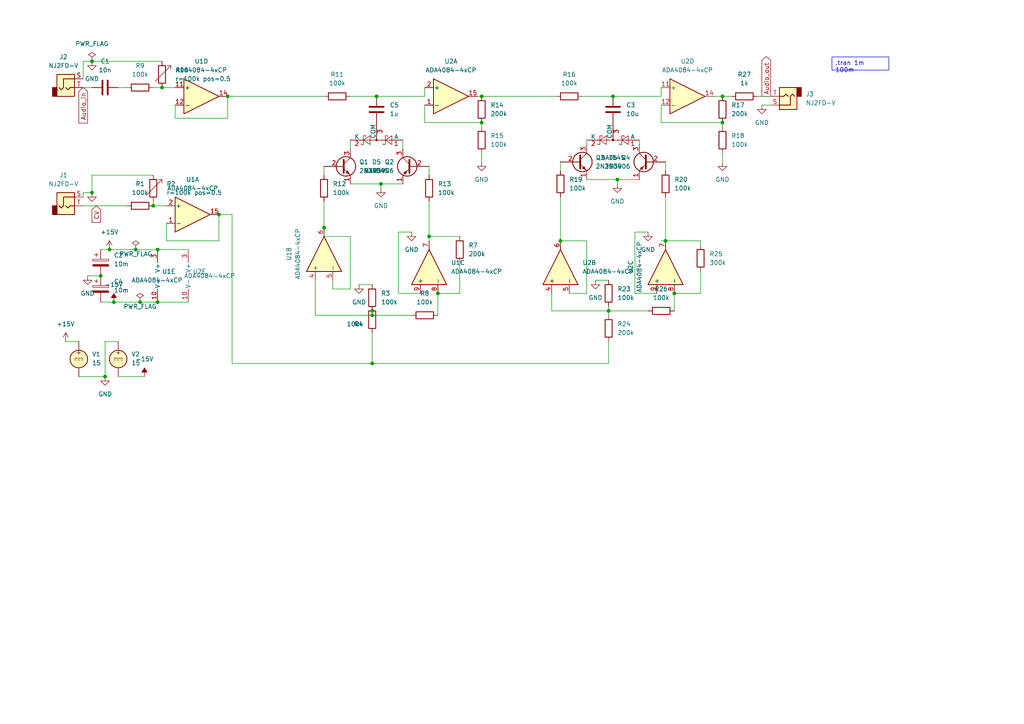
<source format=kicad_sch>
(kicad_sch (version 20230121) (generator eeschema)
  (paper "A4")
  (lib_symbols
    (symbol "Amplifier_Operational:ADA4084-4xCP" (pin_names (offset 0.127))
      (property "Reference" "U" (at 2.54 6.35 0))
      (property "Value" "ADA4084-4xCP" (at 2.54 3.81 0))
      (symbol "ADA4084-4xCP_1_1"
        (polyline (pts (xy 5.08 0) (xy -5.08 5.08) (xy -5.08 -5.08) (xy 5.08 0)) (stroke (width 0.254)) (fill (type background)))
        (pin input line (at -7.62 -2.54 0) (length 2.54) (name "-") (number "1"))
        (pin no_connect line (at 0 2.54 270) (length 2.54) hide (name "NIC") (number "13"))
        (pin output line (at 7.62 0 180) (length 2.54) (name "~") (number "15"))
        (pin no_connect line (at 0 -2.54 90) (length 2.54) hide (name "NIC") (number "16"))
        (pin input line (at -7.62 2.54 0) (length 2.54) (name "+") (number "2"))
      )
      (symbol "ADA4084-4xCP_2_1"
        (polyline (pts (xy -5.08 5.08) (xy -5.08 -5.08) (xy 5.08 0) (xy -5.08 5.08)) (stroke (width 0.254)) (fill (type background)))
        (pin input line (at -7.62 2.54 0) (length 2.54) (name "+") (number "4"))
        (pin input line (at -7.62 -2.54 0) (length 2.54) (name "-") (number "5"))
        (pin output line (at 7.62 0 180) (length 2.54) (name "~") (number "6"))
      )
      (symbol "ADA4084-4xCP_3_1"
        (polyline (pts (xy 5.08 0) (xy -5.08 5.08) (xy -5.08 -5.08) (xy 5.08 0)) (stroke (width 0.254)) (fill (type background)))
        (pin output line (at 7.62 0 180) (length 2.54) (name "~") (number "7"))
        (pin input line (at -7.62 -2.54 0) (length 2.54) (name "-") (number "8"))
        (pin input line (at -7.62 2.54 0) (length 2.54) (name "+") (number "9"))
      )
      (symbol "ADA4084-4xCP_4_1"
        (polyline (pts (xy -5.08 5.08) (xy 5.08 0) (xy -5.08 -5.08) (xy -5.08 5.08)) (stroke (width 0.254)) (fill (type background)))
        (pin input line (at -7.62 2.54 0) (length 2.54) (name "+") (number "11"))
        (pin input line (at -7.62 -2.54 0) (length 2.54) (name "-") (number "12"))
        (pin output line (at 7.62 0 180) (length 2.54) (name "~") (number "14"))
      )
      (symbol "ADA4084-4xCP_5_1"
        (pin power_in line (at 0 -7.62 90) (length 3.81) (name "V-") (number "10"))
        (pin passive line (at 0 -7.62 90) (length 3.81) hide (name "V-") (number "17"))
        (pin power_in line (at 0 7.62 270) (length 3.81) (name "V+") (number "3"))
      )
    )
    (symbol "Connector_Audio:NJ2FD-V"
      (property "Reference" "J" (at 0 8.89 0))
      (property "Value" "NJ2FD-V" (at 0 6.35 0))
      (symbol "NJ2FD-V_0_1"
        (rectangle (start -3.81 0) (end -2.54 -2.54) (stroke (width 0.254)) (fill (type outline)))
        (rectangle (start -2.54 3.81) (end 2.54 -2.54) (stroke (width 0.254)) (fill (type background)))
        (polyline (pts (xy 0 0) (xy 0.635 -0.635) (xy 1.27 0) (xy 2.54 0)) (stroke (width 0.254)))
        (polyline (pts (xy 2.54 2.54) (xy -0.635 2.54) (xy -0.635 0) (xy -1.27 -0.635) (xy -1.905 0)) (stroke (width 0.254)))
      )
      (symbol "NJ2FD-V_1_1"
        (pin passive line (at 5.08 2.54 180) (length 2.54) (name "~") (number "S"))
        (pin passive line (at 5.08 0 180) (length 2.54) (name "~") (number "T"))
      )
    )
    (symbol "Device:C" (pin_numbers hide) (pin_names (offset 0.254))
      (property "Reference" "C" (at 0.635 2.54 0))
      (property "Value" "C" (at 0.635 -2.54 0))
      (symbol "C_0_1"
        (polyline (pts (xy -2.032 -0.762) (xy 2.032 -0.762)) (stroke (width 0.508)))
        (polyline (pts (xy -2.032 0.762) (xy 2.032 0.762)) (stroke (width 0.508)))
      )
      (symbol "C_1_1"
        (pin passive line (at 0 3.81 270) (length 2.794) (name "~") (number "1"))
        (pin passive line (at 0 -3.81 90) (length 2.794) (name "~") (number "2"))
      )
    )
    (symbol "Device:C_Polarized" (pin_numbers hide) (pin_names (offset 0.254))
      (property "Reference" "C" (at 0.635 2.54 0))
      (property "Value" "C_Polarized" (at 0.635 -2.54 0))
      (symbol "C_Polarized_0_1"
        (rectangle (start -2.286 0.508) (end 2.286 1.016))
        (polyline (pts (xy -1.778 2.286) (xy -0.762 2.286)))
        (polyline (pts (xy -1.27 2.794) (xy -1.27 1.778)))
        (rectangle (start 2.286 -0.508) (end -2.286 -1.016) (fill (type outline)))
      )
      (symbol "C_Polarized_1_1"
        (pin passive line (at 0 3.81 270) (length 2.794) (name "~") (number "1"))
        (pin passive line (at 0 -3.81 90) (length 2.794) (name "~") (number "2"))
      )
    )
    (symbol "Device:R" (pin_numbers hide) (pin_names (offset 0))
      (property "Reference" "R" (at 2.032 0 90))
      (property "Value" "R" (at 0 0 90))
      (symbol "R_0_1"
        (rectangle (start -1.016 -2.54) (end 1.016 2.54) (stroke (width 0.254)))
      )
      (symbol "R_1_1"
        (pin passive line (at 0 3.81 270) (length 1.27) (name "~") (number "1"))
        (pin passive line (at 0 -3.81 90) (length 1.27) (name "~") (number "2"))
      )
    )
    (symbol "Device:R_Variable" (pin_numbers hide) (pin_names (offset 0))
      (property "Reference" "R" (at 2.54 -2.54 90))
      (property "Value" "R_Variable" (at -2.54 -1.27 90))
      (symbol "R_Variable_0_1"
        (rectangle (start -1.016 -2.54) (end 1.016 2.54) (stroke (width 0.254)))
        (polyline (pts (xy 2.54 1.524) (xy 2.54 2.54) (xy 1.524 2.54) (xy 2.54 2.54) (xy -2.032 -2.032)))
      )
      (symbol "R_Variable_1_1"
        (pin passive line (at 0 3.81 270) (length 1.27) (name "~") (number "1"))
        (pin passive line (at 0 -3.81 90) (length 1.27) (name "~") (number "2"))
      )
    )
    (symbol "Diode:BAT54S" (pin_names (offset 0))
      (property "Reference" "D" (at 2.54 -5.08 0))
      (property "Value" "BAT54S" (at -6.35 3.175 0))
      (symbol "BAT54S_0_1"
        (polyline (pts (xy -3.81 0) (xy -1.27 0)))
        (polyline (pts (xy -3.175 -1.27) (xy -3.175 -1.016)))
        (polyline (pts (xy -2.54 -1.27) (xy -3.175 -1.27)))
        (polyline (pts (xy -2.54 -1.27) (xy -2.54 1.27)))
        (polyline (pts (xy -2.54 1.27) (xy -1.905 1.27)))
        (polyline (pts (xy -1.905 0) (xy 1.905 0)))
        (polyline (pts (xy -1.905 1.27) (xy -1.905 1.016)))
        (polyline (pts (xy 1.27 0) (xy 3.81 0)))
        (polyline (pts (xy 3.175 -1.27) (xy 3.175 -1.016)))
        (polyline (pts (xy 3.81 -1.27) (xy 3.175 -1.27)))
        (polyline (pts (xy 3.81 -1.27) (xy 3.81 1.27)))
        (polyline (pts (xy 3.81 1.27) (xy 4.445 1.27)))
        (polyline (pts (xy 4.445 1.27) (xy 4.445 1.016)))
        (polyline (pts (xy -4.445 1.27) (xy -4.445 -1.27) (xy -2.54 0) (xy -4.445 1.27)))
        (polyline (pts (xy 1.905 1.27) (xy 1.905 -1.27) (xy 3.81 0) (xy 1.905 1.27)))
        (circle (center 0 0) (radius 0.254) (fill (type outline)))
      )
      (symbol "BAT54S_1_1"
        (pin passive line (at -7.62 0 0) (length 3.81) (name "A") (number "1"))
        (pin passive line (at 7.62 0 180) (length 3.81) (name "K") (number "2"))
        (pin passive line (at 0 -5.08 90) (length 5.08) (name "COM") (number "3"))
      )
    )
    (symbol "Simulation_SPICE:VDC" (pin_numbers hide) (pin_names (offset 0.0254))
      (property "Reference" "V" (at 2.54 2.54 0))
      (property "Value" "1" (at 2.54 0 0))
      (symbol "VDC_0_0"
        (polyline (pts (xy -1.27 0.254) (xy 1.27 0.254)))
        (polyline (pts (xy -0.762 -0.254) (xy -1.27 -0.254)))
        (polyline (pts (xy 0.254 -0.254) (xy -0.254 -0.254)))
        (polyline (pts (xy 1.27 -0.254) (xy 0.762 -0.254)))
        (text "+" (at 0 1.905 0) (effects (font (size 1.27 1.27))))
      )
      (symbol "VDC_0_1"
        (circle (center 0 0) (radius 2.54) (stroke (width 0.254)) (fill (type background)))
      )
      (symbol "VDC_1_1"
        (pin passive line (at 0 5.08 270) (length 2.54) (name "~") (number "1"))
        (pin passive line (at 0 -5.08 90) (length 2.54) (name "~") (number "2"))
      )
    )
    (symbol "Transistor_BJT:2N3904" (pin_names (offset 0) hide)
      (property "Reference" "Q" (at 5.08 1.905 0))
      (property "Value" "2N3904" (at 5.08 0 0))
      (symbol "2N3904_0_1"
        (polyline (pts (xy 0.635 0.635) (xy 2.54 2.54)))
        (polyline (pts (xy 0.635 -0.635) (xy 2.54 -2.54) (xy 2.54 -2.54)))
        (polyline (pts (xy 0.635 1.905) (xy 0.635 -1.905) (xy 0.635 -1.905)) (stroke (width 0.508)))
        (polyline (pts (xy 1.27 -1.778) (xy 1.778 -1.27) (xy 2.286 -2.286) (xy 1.27 -1.778) (xy 1.27 -1.778)) (fill (type outline)))
        (circle (center 1.27 0) (radius 2.8194) (stroke (width 0.254)))
      )
      (symbol "2N3904_1_1"
        (pin passive line (at 2.54 -5.08 90) (length 2.54) (name "E") (number "1"))
        (pin passive line (at -5.08 0 0) (length 5.715) (name "B") (number "2"))
        (pin passive line (at 2.54 5.08 270) (length 2.54) (name "C") (number "3"))
      )
    )
    (symbol "Transistor_BJT:2N3906" (pin_names (offset 0) hide)
      (property "Reference" "Q" (at 5.08 1.905 0))
      (property "Value" "2N3906" (at 5.08 0 0))
      (symbol "2N3906_0_1"
        (polyline (pts (xy 0.635 0.635) (xy 2.54 2.54)))
        (polyline (pts (xy 0.635 -0.635) (xy 2.54 -2.54) (xy 2.54 -2.54)))
        (polyline (pts (xy 0.635 1.905) (xy 0.635 -1.905) (xy 0.635 -1.905)) (stroke (width 0.508)))
        (polyline (pts (xy 2.286 -1.778) (xy 1.778 -2.286) (xy 1.27 -1.27) (xy 2.286 -1.778) (xy 2.286 -1.778)) (fill (type outline)))
        (circle (center 1.27 0) (radius 2.8194) (stroke (width 0.254)))
      )
      (symbol "2N3906_1_1"
        (pin passive line (at 2.54 -5.08 90) (length 2.54) (name "E") (number "1"))
        (pin input line (at -5.08 0 0) (length 5.715) (name "B") (number "2"))
        (pin passive line (at 2.54 5.08 270) (length 2.54) (name "C") (number "3"))
      )
    )
    (symbol "power:+15V" (power) (pin_names (offset 0))
      (property "Value" "+15V" (at 0 3.556 0))
      (symbol "+15V_0_1"
        (polyline (pts (xy -0.762 1.27) (xy 0 2.54)))
        (polyline (pts (xy 0 0) (xy 0 2.54)))
        (polyline (pts (xy 0 2.54) (xy 0.762 1.27)))
      )
      (symbol "+15V_1_1"
        (pin power_in line (at 0 0 90) (length 0) hide (name "+15V") (number "1"))
      )
    )
    (symbol "power:-15V" (power) (pin_names (offset 0))
      (property "Value" "-15V" (at 0 3.81 0))
      (symbol "-15V_0_0"
        (pin power_in line (at 0 0 90) (length 0) hide (name "-15V") (number "1"))
      )
      (symbol "-15V_0_1"
        (polyline (pts (xy 0 0) (xy 0 1.27) (xy 0.762 1.27) (xy 0 2.54) (xy -0.762 1.27) (xy 0 1.27)) (fill (type outline)))
      )
    )
    (symbol "power:GND" (power) (pin_names (offset 0))
      (property "Value" "GND" (at 0 -3.81 0))
      (symbol "GND_0_1"
        (polyline (pts (xy 0 0) (xy 0 -1.27) (xy 1.27 -1.27) (xy 0 -2.54) (xy -1.27 -1.27) (xy 0 -1.27)))
      )
      (symbol "GND_1_1"
        (pin power_in line (at 0 0 270) (length 0) hide (name "GND") (number "1"))
      )
    )
    (symbol "power:PWR_FLAG" (power) (pin_numbers hide) (pin_names (offset 0) hide)
      (property "Value" "PWR_FLAG" (at 0 3.81 0))
      (symbol "PWR_FLAG_0_0"
        (pin power_out line (at 0 0 90) (length 0) (name "pwr") (number "1"))
      )
      (symbol "PWR_FLAG_0_1"
        (polyline (pts (xy 0 0) (xy 0 1.27) (xy -1.016 1.905) (xy 0 2.54) (xy 1.016 1.905) (xy 0 1.27)))
      )
    )
  )
  (junction (at 33.02 87.63))
  (junction (at 124.46 68.58))
  (junction (at 127 85.09))
  (junction (at 179.07 52.07))
  (junction (at 139.7 35.56))
  (junction (at 31.75 72.39))
  (junction (at 26.67 55.88))
  (junction (at 176.53 90.17))
  (junction (at 40.64 87.63))
  (junction (at 26.67 17.78))
  (junction (at 46.99 25.4))
  (junction (at 39.37 72.39))
  (junction (at 93.98 66.04))
  (junction (at 66.04 27.94))
  (junction (at 63.5 62.23))
  (junction (at 209.55 35.56))
  (junction (at 30.48 109.22))
  (junction (at 109.22 27.94))
  (junction (at 139.7 27.94))
  (junction (at 162.56 69.85))
  (junction (at 44.45 59.69))
  (junction (at 193.04 69.85))
  (junction (at 45.72 72.39))
  (junction (at 177.8 27.94))
  (junction (at 107.95 91.44))
  (junction (at 107.95 105.41))
  (junction (at 110.49 53.34))
  (junction (at 209.55 27.94))
  (junction (at 195.58 85.09))
  (junction (at 45.72 87.63))
  (junction (at 107.95 90.17))
  (junction (at 29.21 80.01))
  (wire (pts (xy 176.53 90.17) (xy 176.53 91.44)))
  (wire (pts (xy 124.46 68.58) (xy 133.35 68.58)))
  (wire (pts (xy 63.5 62.23) (xy 63.5 69.85)))
  (wire (pts (xy 195.58 85.09) (xy 195.58 90.17)))
  (wire (pts (xy 30.48 99.06) (xy 34.29 99.06)))
  (wire (pts (xy 109.22 27.94) (xy 123.19 27.94)))
  (wire (pts (xy 101.6 53.34) (xy 110.49 53.34)))
  (wire (pts (xy 107.95 90.17) (xy 107.95 91.44)))
  (wire (pts (xy 127 85.09) (xy 127 91.44)))
  (wire (pts (xy 24.13 25.4) (xy 26.67 25.4)))
  (wire (pts (xy 170.18 69.85) (xy 170.18 85.09)))
  (wire (pts (xy 101.6 43.18) (xy 101.6 40.64)))
  (wire (pts (xy 116.84 43.18) (xy 116.84 40.64)))
  (wire (pts (xy 39.37 72.39) (xy 45.72 72.39)))
  (wire (pts (xy 124.46 48.26) (xy 124.46 50.8)))
  (wire (pts (xy 179.07 52.07) (xy 185.42 52.07)))
  (wire (pts (xy 209.55 44.45) (xy 209.55 46.99)))
  (wire (pts (xy 115.57 67.31) (xy 115.57 85.09)))
  (wire (pts (xy 96.52 83.82) (xy 96.52 81.28)))
  (wire (pts (xy 45.72 87.63) (xy 54.61 87.63)))
  (wire (pts (xy 50.8 30.48) (xy 50.8 34.29)))
  (wire (pts (xy 93.98 48.26) (xy 93.98 50.8)))
  (wire (pts (xy 26.67 50.8) (xy 44.45 50.8)))
  (wire (pts (xy 107.95 105.41) (xy 176.53 105.41)))
  (wire (pts (xy 219.71 27.94) (xy 223.52 27.94)))
  (wire (pts (xy 44.45 59.69) (xy 48.26 59.69)))
  (wire (pts (xy 101.6 27.94) (xy 109.22 27.94)))
  (wire (pts (xy 127 85.09) (xy 133.35 85.09)))
  (wire (pts (xy 168.91 27.94) (xy 177.8 27.94)))
  (wire (pts (xy 160.02 90.17) (xy 176.53 90.17)))
  (wire (pts (xy 124.46 68.58) (xy 124.46 69.85)))
  (wire (pts (xy 66.04 34.29) (xy 50.8 34.29)))
  (wire (pts (xy 203.2 69.85) (xy 203.2 71.12)))
  (wire (pts (xy 34.29 25.4) (xy 36.83 25.4)))
  (wire (pts (xy 203.2 85.09) (xy 195.58 85.09)))
  (wire (pts (xy 123.19 30.48) (xy 123.19 35.56)))
  (wire (pts (xy 115.57 85.09) (xy 121.92 85.09)))
  (wire (pts (xy 33.02 87.63) (xy 40.64 87.63)))
  (wire (pts (xy 24.13 55.88) (xy 26.67 55.88)))
  (wire (pts (xy 29.21 87.63) (xy 33.02 87.63)))
  (wire (pts (xy 172.72 81.28) (xy 176.53 81.28)))
  (wire (pts (xy 40.64 87.63) (xy 45.72 87.63)))
  (wire (pts (xy 162.56 57.15) (xy 162.56 69.85)))
  (wire (pts (xy 176.53 105.41) (xy 176.53 99.06)))
  (wire (pts (xy 170.18 85.09) (xy 165.1 85.09)))
  (wire (pts (xy 107.95 91.44) (xy 119.38 91.44)))
  (wire (pts (xy 46.99 25.4) (xy 50.8 25.4)))
  (wire (pts (xy 24.13 57.15) (xy 24.13 55.88)))
  (wire (pts (xy 110.49 53.34) (xy 110.49 54.61)))
  (wire (pts (xy 45.72 72.39) (xy 54.61 72.39)))
  (wire (pts (xy 123.19 27.94) (xy 123.19 25.4)))
  (wire (pts (xy 133.35 85.09) (xy 133.35 76.2)))
  (wire (pts (xy 139.7 35.56) (xy 123.19 35.56)))
  (wire (pts (xy 24.13 59.69) (xy 36.83 59.69)))
  (wire (pts (xy 209.55 27.94) (xy 212.09 27.94)))
  (wire (pts (xy 107.95 90.17) (xy 107.95 88.9)))
  (wire (pts (xy 48.26 69.85) (xy 48.26 64.77)))
  (wire (pts (xy 67.31 62.23) (xy 67.31 105.41)))
  (wire (pts (xy 193.04 69.85) (xy 191.77 69.85)))
  (wire (pts (xy 66.04 27.94) (xy 66.04 34.29)))
  (wire (pts (xy 124.46 58.42) (xy 124.46 68.58)))
  (wire (pts (xy 176.53 88.9) (xy 176.53 90.17)))
  (wire (pts (xy 63.5 62.23) (xy 67.31 62.23)))
  (wire (pts (xy 203.2 78.74) (xy 203.2 85.09)))
  (wire (pts (xy 138.43 27.94) (xy 139.7 27.94)))
  (wire (pts (xy 63.5 69.85) (xy 48.26 69.85)))
  (wire (pts (xy 66.04 27.94) (xy 93.98 27.94)))
  (wire (pts (xy 29.21 72.39) (xy 31.75 72.39)))
  (wire (pts (xy 191.77 27.94) (xy 191.77 25.4)))
  (wire (pts (xy 93.98 68.58) (xy 93.98 66.04)))
  (wire (pts (xy 31.75 72.39) (xy 39.37 72.39)))
  (wire (pts (xy 34.29 109.22) (xy 41.91 109.22)))
  (wire (pts (xy 184.15 85.09) (xy 190.5 85.09)))
  (wire (pts (xy 26.67 50.8) (xy 26.67 55.88)))
  (wire (pts (xy 22.86 109.22) (xy 30.48 109.22)))
  (wire (pts (xy 101.6 83.82) (xy 96.52 83.82)))
  (wire (pts (xy 184.15 67.31) (xy 187.96 67.31)))
  (wire (pts (xy 220.98 30.48) (xy 223.52 30.48)))
  (wire (pts (xy 115.57 67.31) (xy 119.38 67.31)))
  (wire (pts (xy 25.4 80.01) (xy 29.21 80.01)))
  (wire (pts (xy 179.07 52.07) (xy 179.07 53.34)))
  (wire (pts (xy 44.45 25.4) (xy 46.99 25.4)))
  (wire (pts (xy 209.55 35.56) (xy 209.55 36.83)))
  (wire (pts (xy 193.04 46.99) (xy 193.04 49.53)))
  (wire (pts (xy 176.53 90.17) (xy 187.96 90.17)))
  (wire (pts (xy 24.13 17.78) (xy 24.13 22.86)))
  (wire (pts (xy 91.44 91.44) (xy 91.44 81.28)))
  (wire (pts (xy 193.04 69.85) (xy 203.2 69.85)))
  (wire (pts (xy 139.7 27.94) (xy 161.29 27.94)))
  (wire (pts (xy 177.8 27.94) (xy 191.77 27.94)))
  (wire (pts (xy 26.67 17.78) (xy 46.99 17.78)))
  (wire (pts (xy 160.02 85.09) (xy 160.02 90.17)))
  (wire (pts (xy 139.7 44.45) (xy 139.7 46.99)))
  (wire (pts (xy 107.95 91.44) (xy 91.44 91.44)))
  (wire (pts (xy 191.77 30.48) (xy 191.77 35.56)))
  (wire (pts (xy 19.05 99.06) (xy 22.86 99.06)))
  (wire (pts (xy 184.15 67.31) (xy 184.15 85.09)))
  (wire (pts (xy 191.77 35.56) (xy 209.55 35.56)))
  (wire (pts (xy 107.95 96.52) (xy 107.95 105.41)))
  (wire (pts (xy 110.49 53.34) (xy 116.84 53.34)))
  (wire (pts (xy 44.45 58.42) (xy 44.45 59.69)))
  (wire (pts (xy 162.56 69.85) (xy 170.18 69.85)))
  (wire (pts (xy 30.48 109.22) (xy 30.48 99.06)))
  (wire (pts (xy 67.31 105.41) (xy 107.95 105.41)))
  (wire (pts (xy 193.04 57.15) (xy 193.04 69.85)))
  (wire (pts (xy 207.01 27.94) (xy 209.55 27.94)))
  (wire (pts (xy 170.18 41.91) (xy 170.18 40.64)))
  (wire (pts (xy 170.18 52.07) (xy 179.07 52.07)))
  (wire (pts (xy 26.67 17.78) (xy 24.13 17.78)))
  (wire (pts (xy 104.14 82.55) (xy 107.95 82.55)))
  (wire (pts (xy 162.56 46.99) (xy 162.56 49.53)))
  (wire (pts (xy 139.7 35.56) (xy 139.7 36.83)))
  (wire (pts (xy 101.6 68.58) (xy 101.6 83.82)))
  (wire (pts (xy 93.98 58.42) (xy 93.98 66.04)))
  (wire (pts (xy 185.42 41.91) (xy 185.42 40.64)))
  (wire (pts (xy 93.98 68.58) (xy 101.6 68.58)))
  (text_box ".tran 1m 100m" (at 241.3 16.51 0) (size 16.51 3.81) (effects (font (size 1.27 1.27)) (justify left top)))
  (global_label "Audio_in" (shape input) (at 24.13 25.4 270) (property "Intersheetrefs" "${INTERSHEET_REFS}" (effects hide)))
  (global_label "CV" (shape input) (at 27.94 59.69 270) (property "Intersheetrefs" "${INTERSHEET_REFS}" (effects hide)))
  (global_label "Audio_out" (shape output) (at 222.25 27.94 90) (property "Intersheetrefs" "${INTERSHEET_REFS}" (effects hide)))
  (symbol (lib_id "Device:R") (at 40.64 25.4 90) (unit 1)
    (property "Reference" "R9" (at 40.64 19.05 90))
    (property "Value" "100k" (at 40.64 21.59 90))
    (property "Sim.Device" "R" (effects hide))
    (property "Sim.Pins" "1=+ 2=-" (effects hide))
  )
  (symbol (lib_id "power:GND") (at 139.7 46.99 0) (unit 1)
    (property "Reference" "#PWR09" (effects hide))
    (property "Value" "GND" (at 139.7 52.07 0))
  )
  (symbol (lib_id "Device:R") (at 93.98 54.61 0) (unit 1)
    (property "Reference" "R12" (at 96.52 53.34 0) (effects (justify left)))
    (property "Value" "100k" (at 96.52 55.88 0) (effects (justify left)))
    (property "Sim.Device" "R" (effects hide))
    (property "Sim.Pins" "1=+ 2=-" (effects hide))
  )
  (symbol (lib_id "power:PWR_FLAG") (at 40.64 87.63 0) (unit 1)
    (property "Reference" "#FLG02" (effects hide))
    (property "Value" "PWR_FLAG" (at 40.64 88.9 0))
  )
  (symbol (lib_id "power:GND") (at 26.67 55.88 0) (unit 1)
    (property "Reference" "#PWR03" (effects hide))
    (property "Value" "GND" (effects hide))
  )
  (symbol (lib_id "Device:R_Variable") (at 46.99 21.59 0) (unit 1)
    (property "Reference" "R10" (at 50.8 20.32 0) (effects (justify left)))
    (property "Value" "${SIM.PARAMS}" (at 50.8 22.86 0) (effects (justify left)))
    (property "Sim.Device" "R" (effects hide))
    (property "Sim.Type" "POT" (effects hide))
    (property "Sim.Params" "r=100k pos=0.5" (effects hide))
    (property "Sim.Pins" "1=r0 2=wiper" (effects hide))
  )
  (symbol (lib_id "Device:R") (at 176.53 95.25 0) (unit 1)
    (property "Reference" "R24" (at 179.07 93.98 0) (effects (justify left)))
    (property "Value" "200k" (at 179.07 96.52 0) (effects (justify left)))
    (property "Sim.Device" "R" (effects hide))
    (property "Sim.Pins" "1=+ 2=-" (effects hide))
  )
  (symbol (lib_id "Amplifier_Operational:ADA4084-4xCP") (at 93.98 73.66 90) (unit 2)
    (property "Reference" "U1" (at 83.82 73.66 0))
    (property "Value" "ADA4084-4xCP" (at 86.36 73.66 0))
    (property "Footprint" "Package_CSP:LFCSP-16-1EP_4x4mm_P0.65mm_EP2.6x2.6mm" (effects hide))
    (property "Datasheet" "https://www.analog.com/media/en/technical-documentation/data-sheets/ADA4084-1_4084-2_4084-4.pdf" (effects hide))
    (property "Sim.Library" "spice\\ada4084_quad.txt" (effects hide))
    (property "Sim.Name" "ADA4084-4" (effects hide))
    (property "Sim.Device" "SUBCKT" (effects hide))
    (property "Sim.Pins" "1=1in- 2=1in+ 3=vcc+ 4=2in+ 5=2in- 6=2out 7=3out 8=3in- 9=3in+ 10=vcc- 11=4in+ 12=4in- 13=nc 14=4out 15=1out" (effects hide))
  )
  (symbol (lib_id "Amplifier_Operational:ADA4084-4xCP") (at 162.56 77.47 90) (unit 2)
    (property "Reference" "U2" (at 168.91 76.2 90) (effects (justify right)))
    (property "Value" "ADA4084-4xCP" (at 168.91 78.74 90) (effects (justify right)))
    (property "Footprint" "Package_CSP:LFCSP-16-1EP_4x4mm_P0.65mm_EP2.6x2.6mm" (effects hide))
    (property "Datasheet" "https://www.analog.com/media/en/technical-documentation/data-sheets/ADA4084-1_4084-2_4084-4.pdf" (effects hide))
    (property "Sim.Library" "spice\\ada4084_quad.txt" (effects hide))
    (property "Sim.Name" "ADA4084-4" (effects hide))
    (property "Sim.Device" "SUBCKT" (effects hide))
    (property "Sim.Pins" "1=1in- 2=1in+ 3=vcc+ 4=2in+ 5=2in- 6=2out 7=3out 8=3in- 9=3in+ 10=vcc- 11=4in+ 12=4in- 13=nc 14=4out 15=1out" (effects hide))
  )
  (symbol (lib_id "Device:R") (at 107.95 86.36 180) (unit 1)
    (property "Reference" "R3" (at 110.49 85.09 0) (effects (justify right)))
    (property "Value" "100k" (at 110.49 87.63 0) (effects (justify right)))
    (property "Sim.Device" "R" (effects hide))
    (property "Sim.Pins" "1=+ 2=-" (effects hide))
  )
  (symbol (lib_id "Device:R") (at 209.55 40.64 0) (unit 1)
    (property "Reference" "R18" (at 212.09 39.37 0) (effects (justify left)))
    (property "Value" "100k" (at 212.09 41.91 0) (effects (justify left)))
    (property "Sim.Device" "R" (effects hide))
    (property "Sim.Pins" "1=+ 2=-" (effects hide))
  )
  (symbol (lib_id "Amplifier_Operational:ADA4084-4xCP") (at 58.42 27.94 0) (unit 4)
    (property "Reference" "U1" (at 58.42 17.78 0))
    (property "Value" "ADA4084-4xCP" (at 58.42 20.32 0))
    (property "Footprint" "Package_CSP:LFCSP-16-1EP_4x4mm_P0.65mm_EP2.6x2.6mm" (effects hide))
    (property "Datasheet" "https://www.analog.com/media/en/technical-documentation/data-sheets/ADA4084-1_4084-2_4084-4.pdf" (effects hide))
    (property "Sim.Library" "spice\\ada4084_quad.txt" (effects hide))
    (property "Sim.Name" "ADA4084-4" (effects hide))
    (property "Sim.Device" "SUBCKT" (effects hide))
    (property "Sim.Pins" "1=1in- 2=1in+ 3=vcc+ 4=2in+ 5=2in- 6=2out 7=3out 8=3in- 9=3in+ 10=vcc- 11=4in+ 12=4in- 13=nc 14=4out 15=1out" (effects hide))
  )
  (symbol (lib_id "Simulation_SPICE:VDC") (at 22.86 104.14 0) (unit 1)
    (property "Reference" "V1" (at 26.67 102.7402 0) (effects (justify left)))
    (property "Value" "15" (at 26.67 105.2802 0) (effects (justify left)))
    (property "Sim.Pins" "1=+ 2=-" (effects hide))
    (property "Sim.Type" "DC" (effects hide))
    (property "Sim.Device" "V" (effects hide))
  )
  (symbol (lib_id "Device:R") (at 193.04 53.34 0) (unit 1)
    (property "Reference" "R20" (at 195.58 52.07 0) (effects (justify left)))
    (property "Value" "100k" (at 195.58 54.61 0) (effects (justify left)))
    (property "Sim.Device" "R" (effects hide))
    (property "Sim.Pins" "1=+ 2=-" (effects hide))
  )
  (symbol (lib_id "Amplifier_Operational:ADA4084-4xCP") (at 124.46 77.47 90) (unit 3)
    (property "Reference" "U1" (at 130.81 76.2 90) (effects (justify right)))
    (property "Value" "ADA4084-4xCP" (at 130.81 78.74 90) (effects (justify right)))
    (property "Footprint" "Package_CSP:LFCSP-16-1EP_4x4mm_P0.65mm_EP2.6x2.6mm" (effects hide))
    (property "Datasheet" "https://www.analog.com/media/en/technical-documentation/data-sheets/ADA4084-1_4084-2_4084-4.pdf" (effects hide))
    (property "Sim.Library" "spice\\ada4084_quad.txt" (effects hide))
    (property "Sim.Name" "ADA4084-4" (effects hide))
    (property "Sim.Device" "SUBCKT" (effects hide))
    (property "Sim.Pins" "1=1in- 2=1in+ 3=vcc+ 4=2in+ 5=2in- 6=2out 7=3out 8=3in- 9=3in+ 10=vcc- 11=4in+ 12=4in- 13=nc 14=4out 15=1out" (effects hide))
  )
  (symbol (lib_id "Device:R") (at 139.7 31.75 0) (unit 1)
    (property "Reference" "R14" (at 142.24 30.48 0) (effects (justify left)))
    (property "Value" "200k" (at 142.24 33.02 0) (effects (justify left)))
    (property "Sim.Device" "R" (effects hide))
    (property "Sim.Pins" "1=+ 2=-" (effects hide))
  )
  (symbol (lib_id "Device:R_Variable") (at 44.45 54.61 0) (unit 1)
    (property "Reference" "R2" (at 48.26 53.34 0) (effects (justify left)))
    (property "Value" "${SIM.PARAMS}" (at 48.26 55.88 0) (effects (justify left)))
    (property "Sim.Device" "R" (effects hide))
    (property "Sim.Type" "POT" (effects hide))
    (property "Sim.Params" "r=100k pos=0.5" (effects hide))
    (property "Sim.Pins" "1=r0 2=wiper" (effects hide))
  )
  (symbol (lib_id "Device:R") (at 176.53 85.09 0) (unit 1)
    (property "Reference" "R23" (at 179.07 83.82 0) (effects (justify left)))
    (property "Value" "100k" (at 179.07 86.36 0) (effects (justify left)))
    (property "Sim.Device" "R" (effects hide))
    (property "Sim.Pins" "1=+ 2=-" (effects hide))
  )
  (symbol (lib_id "power:GND") (at 110.49 54.61 0) (unit 1)
    (property "Reference" "#PWR08" (effects hide))
    (property "Value" "GND" (at 110.49 59.69 0))
  )
  (symbol (lib_id "Device:C_Polarized") (at 29.21 83.82 0) (unit 1)
    (property "Reference" "C4" (at 33.02 81.661 0) (effects (justify left)))
    (property "Value" "10m" (at 33.02 84.201 0) (effects (justify left)))
    (property "Sim.Device" "C" (effects hide))
    (property "Sim.Pins" "1=+ 2=-" (effects hide))
  )
  (symbol (lib_id "power:GND") (at 30.48 109.22 0) (unit 1)
    (property "Reference" "#PWR017" (effects hide))
    (property "Value" "GND" (at 30.48 114.3 0))
  )
  (symbol (lib_id "Amplifier_Operational:ADA4084-4xCP") (at 193.04 77.47 90) (unit 3)
    (property "Reference" "U2" (at 182.88 77.47 0))
    (property "Value" "ADA4084-4xCP" (at 185.42 77.47 0))
    (property "Footprint" "Package_CSP:LFCSP-16-1EP_4x4mm_P0.65mm_EP2.6x2.6mm" (effects hide))
    (property "Datasheet" "https://www.analog.com/media/en/technical-documentation/data-sheets/ADA4084-1_4084-2_4084-4.pdf" (effects hide))
    (property "Sim.Library" "spice\\ada4084_quad.txt" (effects hide))
    (property "Sim.Name" "ADA4084-4" (effects hide))
    (property "Sim.Device" "SUBCKT" (effects hide))
    (property "Sim.Pins" "1=1in- 2=1in+ 3=vcc+ 4=2in+ 5=2in- 6=2out 7=3out 8=3in- 9=3in+ 10=vcc- 11=4in+ 12=4in- 13=nc 14=4out 15=1out" (effects hide))
  )
  (symbol (lib_id "Connector_Audio:NJ2FD-V") (at 19.05 59.69 0) (unit 1)
    (property "Reference" "J1" (at 18.415 50.8 0))
    (property "Value" "NJ2FD-V" (at 18.415 53.34 0))
    (property "Footprint" "Connector_Audio:Jack_6.35mm_Neutrik_NJ2FD-V_Vertical" (effects hide))
    (property "Datasheet" "https://www.neutrik.com/en/product/nj2fd-v" (effects hide))
    (property "Sim.Device" "V" (effects hide))
    (property "Sim.Type" "PWL" (effects hide))
    (property "Sim.Pins" "S=- T=+" (effects hide))
    (property "Sim.Params" "pwl=\"0 0 100m 10\"" (effects hide))
  )
  (symbol (lib_id "Device:R") (at 191.77 90.17 270) (unit 1)
    (property "Reference" "R26" (at 191.77 83.82 90))
    (property "Value" "100k" (at 191.77 86.36 90))
    (property "Sim.Device" "R" (effects hide))
    (property "Sim.Pins" "1=+ 2=-" (effects hide))
  )
  (symbol (lib_id "power:+15V") (at 19.05 99.06 0) (unit 1)
    (property "Reference" "#PWR016" (effects hide))
    (property "Value" "+15V" (at 19.05 93.98 0))
  )
  (symbol (lib_id "Device:R") (at 124.46 54.61 0) (unit 1)
    (property "Reference" "R13" (at 127 53.34 0) (effects (justify left)))
    (property "Value" "100k" (at 127 55.88 0) (effects (justify left)))
    (property "Sim.Device" "R" (effects hide))
    (property "Sim.Pins" "1=+ 2=-" (effects hide))
  )
  (symbol (lib_id "Amplifier_Operational:ADA4084-4xCP") (at 54.61 80.01 0) (unit 5)
    (property "Reference" "U2" (at 55.88 78.74 0) (effects (justify left)))
    (property "Value" "ADA4084-4xCP" (at 53.34 80.01 0) (effects (justify left)))
    (property "Footprint" "Package_CSP:LFCSP-16-1EP_4x4mm_P0.65mm_EP2.6x2.6mm" (effects hide))
    (property "Datasheet" "https://www.analog.com/media/en/technical-documentation/data-sheets/ADA4084-1_4084-2_4084-4.pdf" (effects hide))
    (property "Sim.Library" "spice\\ada4084_quad.txt" (effects hide))
    (property "Sim.Name" "ADA4084-4" (effects hide))
    (property "Sim.Device" "SUBCKT" (effects hide))
    (property "Sim.Pins" "1=1in- 2=1in+ 3=vcc+ 4=2in+ 5=2in- 6=2out 7=3out 8=3in- 9=3in+ 10=vcc- 11=4in+ 12=4in- 13=nc 14=4out 15=1out" (effects hide))
  )
  (symbol (lib_id "Connector_Audio:NJ2FD-V") (at 19.05 25.4 0) (unit 1)
    (property "Reference" "J2" (at 18.415 16.51 0))
    (property "Value" "NJ2FD-V" (at 18.415 19.05 0))
    (property "Footprint" "Connector_Audio:Jack_6.35mm_Neutrik_NJ2FD-V_Vertical" (effects hide))
    (property "Datasheet" "https://www.neutrik.com/en/product/nj2fd-v" (effects hide))
    (property "Sim.Device" "V" (effects hide))
    (property "Sim.Type" "SIN" (effects hide))
    (property "Sim.Pins" "S=- T=+" (effects hide))
    (property "Sim.Params" "dc=0 ampl=10 f=1000 td=0 theta=0 phase=0 ac=10" (effects hide))
  )
  (symbol (lib_id "power:GND") (at 172.72 81.28 0) (unit 1)
    (property "Reference" "#PWR012" (effects hide))
    (property "Value" "GND" (at 172.72 86.36 0))
  )
  (symbol (lib_id "power:GND") (at 104.14 82.55 0) (unit 1)
    (property "Reference" "#PWR04" (effects hide))
    (property "Value" "GND" (at 104.14 87.63 0))
  )
  (symbol (lib_id "Transistor_BJT:2N3906") (at 187.96 46.99 0) (mirror y) (unit 1)
    (property "Reference" "Q4" (at 182.88 45.72 0) (effects (justify left)))
    (property "Value" "2N3906" (at 182.88 48.26 0) (effects (justify left)))
    (property "Footprint" "Package_TO_SOT_THT:TO-92_Inline" (effects hide))
    (property "Datasheet" "https://www.onsemi.com/pub/Collateral/2N3906-D.PDF" (effects hide))
    (property "Sim.Library" "spice\\2N3906.LIB" (effects hide))
    (property "Sim.Name" "q2n3906" (effects hide))
    (property "Sim.Device" "PNP" (effects hide))
    (property "Sim.Type" "GUMMELPOON" (effects hide))
    (property "Sim.Pins" "1=C 2=B 3=E" (effects hide))
  )
  (symbol (lib_id "Device:R") (at 40.64 59.69 90) (unit 1)
    (property "Reference" "R1" (at 40.64 53.34 90))
    (property "Value" "100k" (at 40.64 55.88 90))
    (property "Sim.Device" "R" (effects hide))
    (property "Sim.Pins" "1=+ 2=-" (effects hide))
  )
  (symbol (lib_id "power:PWR_FLAG") (at 26.67 17.78 0) (unit 1)
    (property "Reference" "#FLG03" (effects hide))
    (property "Value" "PWR_FLAG" (at 26.67 12.7 0))
  )
  (symbol (lib_id "power:-15V") (at 41.91 109.22 0) (unit 1)
    (property "Reference" "#PWR014" (effects hide))
    (property "Value" "-15V" (at 41.91 104.14 0))
  )
  (symbol (lib_id "Device:R") (at 165.1 27.94 90) (unit 1)
    (property "Reference" "R16" (at 165.1 21.59 90))
    (property "Value" "100k" (at 165.1 24.13 90))
    (property "Sim.Device" "R" (effects hide))
    (property "Sim.Pins" "1=+ 2=-" (effects hide))
  )
  (symbol (lib_id "Device:C") (at 30.48 25.4 90) (unit 1)
    (property "Reference" "C1" (at 30.48 17.78 90))
    (property "Value" "10n" (at 30.48 20.32 90))
    (property "Sim.Device" "C" (effects hide))
    (property "Sim.Pins" "1=+ 2=-" (effects hide))
  )
  (symbol (lib_id "Amplifier_Operational:ADA4084-4xCP") (at 55.88 62.23 0) (unit 1)
    (property "Reference" "U1" (at 55.88 52.07 0))
    (property "Value" "ADA4084-4xCP" (at 55.88 54.61 0))
    (property "Footprint" "Package_CSP:LFCSP-16-1EP_4x4mm_P0.65mm_EP2.6x2.6mm" (effects hide))
    (property "Datasheet" "https://www.analog.com/media/en/technical-documentation/data-sheets/ADA4084-1_4084-2_4084-4.pdf" (effects hide))
    (property "Sim.Library" "spice\\ada4084_quad.txt" (effects hide))
    (property "Sim.Name" "ADA4084-4" (effects hide))
    (property "Sim.Device" "SUBCKT" (effects hide))
    (property "Sim.Pins" "1=1in- 2=1in+ 3=vcc+ 4=2in+ 5=2in- 6=2out 7=3out 8=3in- 9=3in+ 10=vcc- 11=4in+ 12=4in- 13=nc 14=4out 15=1out" (effects hide))
  )
  (symbol (lib_id "Device:C") (at 109.22 31.75 0) (unit 1)
    (property "Reference" "C5" (at 113.03 30.48 0) (effects (justify left)))
    (property "Value" "1u" (at 113.03 33.02 0) (effects (justify left)))
    (property "Sim.Device" "C" (effects hide))
    (property "Sim.Pins" "1=+ 2=-" (effects hide))
  )
  (symbol (lib_id "power:GND") (at 119.38 67.31 0) (unit 1)
    (property "Reference" "#PWR06" (effects hide))
    (property "Value" "GND" (at 119.38 72.39 0))
  )
  (symbol (lib_id "Device:R") (at 123.19 91.44 90) (unit 1)
    (property "Reference" "R8" (at 123.19 85.09 90))
    (property "Value" "100k" (at 123.19 87.63 90))
    (property "Sim.Device" "R" (effects hide))
    (property "Sim.Pins" "1=+ 2=-" (effects hide))
  )
  (symbol (lib_id "Diode:BAT54S") (at 109.22 40.64 180) (unit 1)
    (property "Reference" "D5" (at 109.22 46.99 0))
    (property "Value" "BAT54S" (at 109.22 49.53 0))
    (property "Footprint" "Package_TO_SOT_SMD:SOT-23" (effects hide))
    (property "Datasheet" "https://www.diodes.com/assets/Datasheets/ds11005.pdf" (effects hide))
    (property "Sim.Library" "spice\\BAT54_SERIAL.spice.txt" (effects hide))
    (property "Sim.Name" "DI_BAT54_SERIAL" (effects hide))
    (property "Sim.Device" "SUBCKT" (effects hide))
    (property "Sim.Pins" "1=anode 2=cathode 3=center" (effects hide))
  )
  (symbol (lib_id "Transistor_BJT:2N3904") (at 99.06 48.26 0) (unit 1)
    (property "Reference" "Q1" (at 104.14 46.99 0) (effects (justify left)))
    (property "Value" "2N3904" (at 104.14 49.53 0) (effects (justify left)))
    (property "Footprint" "Package_TO_SOT_THT:TO-92_Inline" (effects hide))
    (property "Datasheet" "https://www.onsemi.com/pub/Collateral/2N3903-D.PDF" (effects hide))
    (property "Sim.Library" "spice\\2N3904.LIB" (effects hide))
    (property "Sim.Name" "2N3904" (effects hide))
    (property "Sim.Device" "NPN" (effects hide))
    (property "Sim.Type" "GUMMELPOON" (effects hide))
    (property "Sim.Pins" "1=C 2=B 3=E" (effects hide))
    (property "Sim.Params" "is=10000a" (effects hide))
  )
  (symbol (lib_id "Simulation_SPICE:VDC") (at 34.29 104.14 0) (unit 1)
    (property "Reference" "V2" (at 38.1 102.7402 0) (effects (justify left)))
    (property "Value" "15" (at 38.1 105.2802 0) (effects (justify left)))
    (property "Sim.Pins" "1=+ 2=-" (effects hide))
    (property "Sim.Type" "DC" (effects hide))
    (property "Sim.Device" "V" (effects hide))
  )
  (symbol (lib_id "Device:R") (at 203.2 74.93 0) (unit 1)
    (property "Reference" "R25" (at 205.74 73.66 0) (effects (justify left)))
    (property "Value" "300k" (at 205.74 76.2 0) (effects (justify left)))
    (property "Sim.Device" "R" (effects hide))
    (property "Sim.Pins" "1=+ 2=-" (effects hide))
  )
  (symbol (lib_id "Device:R") (at 97.79 27.94 90) (unit 1)
    (property "Reference" "R11" (at 97.79 21.59 90))
    (property "Value" "100k" (at 97.79 24.13 90))
    (property "Sim.Device" "R" (effects hide))
    (property "Sim.Pins" "1=+ 2=-" (effects hide))
  )
  (symbol (lib_id "Device:C") (at 177.8 31.75 0) (unit 1)
    (property "Reference" "C3" (at 181.61 30.48 0) (effects (justify left)))
    (property "Value" "10u" (at 181.61 33.02 0) (effects (justify left)))
    (property "Sim.Device" "C" (effects hide))
    (property "Sim.Pins" "1=+ 2=-" (effects hide))
  )
  (symbol (lib_id "Device:R") (at 139.7 40.64 180) (unit 1)
    (property "Reference" "R15" (at 142.24 39.37 0) (effects (justify right)))
    (property "Value" "100k" (at 142.24 41.91 0) (effects (justify right)))
    (property "Sim.Device" "R" (effects hide))
    (property "Sim.Pins" "1=+ 2=-" (effects hide))
  )
  (symbol (lib_id "Amplifier_Operational:ADA4084-4xCP") (at 130.81 27.94 0) (unit 1)
    (property "Reference" "U2" (at 130.81 17.78 0))
    (property "Value" "ADA4084-4xCP" (at 130.81 20.32 0))
    (property "Footprint" "Package_CSP:LFCSP-16-1EP_4x4mm_P0.65mm_EP2.6x2.6mm" (effects hide))
    (property "Datasheet" "https://www.analog.com/media/en/technical-documentation/data-sheets/ADA4084-1_4084-2_4084-4.pdf" (effects hide))
    (property "Sim.Library" "spice\\ada4084_quad.txt" (effects hide))
    (property "Sim.Name" "ADA4084-4" (effects hide))
    (property "Sim.Device" "SUBCKT" (effects hide))
    (property "Sim.Pins" "1=1in- 2=1in+ 3=vcc+ 4=2in+ 5=2in- 6=2out 7=3out 8=3in- 9=3in+ 10=vcc- 11=4in+ 12=4in- 13=nc 14=4out 15=1out" (effects hide))
  )
  (symbol (lib_id "power:GND") (at 25.4 80.01 0) (unit 1)
    (property "Reference" "#PWR013" (effects hide))
    (property "Value" "GND" (at 25.4 85.09 0))
  )
  (symbol (lib_id "Connector_Audio:NJ2FD-V") (at 228.6 27.94 180) (unit 1)
    (property "Reference" "J3" (at 233.68 27.305 0) (effects (justify right)))
    (property "Value" "NJ2FD-V" (at 233.68 29.845 0) (effects (justify right)))
    (property "Footprint" "Connector_Audio:Jack_6.35mm_Neutrik_NJ2FD-V_Vertical" (effects hide))
    (property "Datasheet" "https://www.neutrik.com/en/product/nj2fd-v" (effects hide))
    (property "Sim.Device" "R" (effects hide))
    (property "Sim.Pins" "S=+ T=-" (effects hide))
    (property "Sim.Params" "r=100k" (effects hide))
  )
  (symbol (lib_id "power:-15V") (at 33.02 87.63 0) (unit 1)
    (property "Reference" "#PWR02" (effects hide))
    (property "Value" "-15V" (at 33.02 82.55 0))
  )
  (symbol (lib_id "Device:R") (at 162.56 53.34 0) (unit 1)
    (property "Reference" "R19" (at 165.1 52.07 0) (effects (justify left)))
    (property "Value" "100k" (at 165.1 54.61 0) (effects (justify left)))
    (property "Sim.Device" "R" (effects hide))
    (property "Sim.Pins" "1=+ 2=-" (effects hide))
  )
  (symbol (lib_id "Transistor_BJT:2N3904") (at 167.64 46.99 0) (unit 1)
    (property "Reference" "Q3" (at 172.72 45.72 0) (effects (justify left)))
    (property "Value" "2N3904" (at 172.72 48.26 0) (effects (justify left)))
    (property "Footprint" "Package_TO_SOT_THT:TO-92_Inline" (effects hide))
    (property "Datasheet" "https://www.onsemi.com/pub/Collateral/2N3903-D.PDF" (effects hide))
    (property "Sim.Library" "spice\\2N3904.LIB" (effects hide))
    (property "Sim.Name" "2N3904" (effects hide))
    (property "Sim.Device" "NPN" (effects hide))
    (property "Sim.Type" "GUMMELPOON" (effects hide))
    (property "Sim.Pins" "1=C 2=B 3=E" (effects hide))
    (property "Sim.Params" "is=10000a" (effects hide))
  )
  (symbol (lib_id "Device:R") (at 107.95 92.71 180) (unit 1)
    (property "Reference" "R4" (at 105.41 93.98 0) (effects (justify left)))
    (property "Value" "100k" (at 105.41 93.98 0) (effects (justify left)))
    (property "Sim.Device" "R" (effects hide))
    (property "Sim.Pins" "1=+ 2=-" (effects hide))
  )
  (symbol (lib_id "power:GND") (at 220.98 30.48 0) (unit 1)
    (property "Reference" "#PWR015" (effects hide))
    (property "Value" "GND" (at 220.98 35.56 0))
  )
  (symbol (lib_id "power:GND") (at 179.07 53.34 0) (unit 1)
    (property "Reference" "#PWR011" (effects hide))
    (property "Value" "GND" (at 179.07 58.42 0))
  )
  (symbol (lib_id "Device:R") (at 133.35 72.39 180) (unit 1)
    (property "Reference" "R7" (at 135.89 71.12 0) (effects (justify right)))
    (property "Value" "200k" (at 135.89 73.66 0) (effects (justify right)))
    (property "Sim.Device" "R" (effects hide))
    (property "Sim.Pins" "1=+ 2=-" (effects hide))
  )
  (symbol (lib_id "Amplifier_Operational:ADA4084-4xCP") (at 45.72 80.01 0) (unit 5)
    (property "Reference" "U1" (at 46.99 78.74 0) (effects (justify left)))
    (property "Value" "ADA4084-4xCP" (at 38.1 81.28 0) (effects (justify left)))
    (property "Footprint" "Package_CSP:LFCSP-16-1EP_4x4mm_P0.65mm_EP2.6x2.6mm" (effects hide))
    (property "Datasheet" "https://www.analog.com/media/en/technical-documentation/data-sheets/ADA4084-1_4084-2_4084-4.pdf" (effects hide))
    (property "Sim.Library" "spice\\ada4084_quad.txt" (effects hide))
    (property "Sim.Name" "ADA4084-4" (effects hide))
    (property "Sim.Device" "SUBCKT" (effects hide))
    (property "Sim.Pins" "1=1in- 2=1in+ 3=vcc+ 4=2in+ 5=2in- 6=2out 7=3out 8=3in- 9=3in+ 10=vcc- 11=4in+ 12=4in- 13=nc 14=4out 15=1out" (effects hide))
  )
  (symbol (lib_id "Amplifier_Operational:ADA4084-4xCP") (at 199.39 27.94 0) (unit 4)
    (property "Reference" "U2" (at 199.39 17.78 0))
    (property "Value" "ADA4084-4xCP" (at 199.39 20.32 0))
    (property "Footprint" "Package_CSP:LFCSP-16-1EP_4x4mm_P0.65mm_EP2.6x2.6mm" (effects hide))
    (property "Datasheet" "https://www.analog.com/media/en/technical-documentation/data-sheets/ADA4084-1_4084-2_4084-4.pdf" (effects hide))
    (property "Sim.Library" "spice\\ada4084_quad.txt" (effects hide))
    (property "Sim.Name" "ADA4084-4" (effects hide))
    (property "Sim.Device" "SUBCKT" (effects hide))
    (property "Sim.Pins" "1=1in- 2=1in+ 3=vcc+ 4=2in+ 5=2in- 6=2out 7=3out 8=3in- 9=3in+ 10=vcc- 11=4in+ 12=4in- 13=nc 14=4out 15=1out" (effects hide))
  )
  (symbol (lib_id "Device:C_Polarized") (at 29.21 76.2 0) (unit 1)
    (property "Reference" "C2" (at 33.02 74.041 0) (effects (justify left)))
    (property "Value" "10m" (at 33.02 76.581 0) (effects (justify left)))
    (property "Sim.Device" "C" (effects hide))
    (property "Sim.Pins" "1=+ 2=-" (effects hide))
  )
  (symbol (lib_id "Device:R") (at 209.55 31.75 0) (unit 1)
    (property "Reference" "R17" (at 212.09 30.48 0) (effects (justify left)))
    (property "Value" "200k" (at 212.09 33.02 0) (effects (justify left)))
    (property "Sim.Device" "R" (effects hide))
    (property "Sim.Pins" "1=+ 2=-" (effects hide))
  )
  (symbol (lib_id "Device:R") (at 215.9 27.94 90) (unit 1)
    (property "Reference" "R27" (at 215.9 21.59 90))
    (property "Value" "1k" (at 215.9 24.13 90))
    (property "Sim.Device" "R" (effects hide))
    (property "Sim.Pins" "1=+ 2=-" (effects hide))
  )
  (symbol (lib_id "power:PWR_FLAG") (at 39.37 72.39 0) (unit 1)
    (property "Reference" "#FLG01" (effects hide))
    (property "Value" "PWR_FLAG" (at 39.37 73.66 0))
  )
  (symbol (lib_id "power:GND") (at 209.55 46.99 0) (unit 1)
    (property "Reference" "#PWR010" (effects hide))
    (property "Value" "GND" (at 209.55 52.07 0))
  )
  (symbol (lib_id "Transistor_BJT:2N3906") (at 119.38 48.26 0) (mirror y) (unit 1)
    (property "Reference" "Q2" (at 114.3 46.99 0) (effects (justify left)))
    (property "Value" "2N3906" (at 114.3 49.53 0) (effects (justify left)))
    (property "Footprint" "Package_TO_SOT_THT:TO-92_Inline" (effects hide))
    (property "Datasheet" "https://www.onsemi.com/pub/Collateral/2N3906-D.PDF" (effects hide))
    (property "Sim.Library" "spice\\2N3906.LIB" (effects hide))
    (property "Sim.Name" "q2n3906" (effects hide))
    (property "Sim.Device" "PNP" (effects hide))
    (property "Sim.Type" "GUMMELPOON" (effects hide))
    (property "Sim.Pins" "1=C 2=B 3=E" (effects hide))
  )
  (symbol (lib_id "power:+15V") (at 31.75 72.39 0) (unit 1)
    (property "Reference" "#PWR01" (effects hide))
    (property "Value" "+15V" (at 31.75 67.31 0))
  )
  (symbol (lib_id "Diode:BAT54S") (at 177.8 40.64 180) (unit 1)
    (property "Reference" "D6" (at 177.8 45.72 0))
    (property "Value" "BAT54S" (at 177.8 45.72 0))
    (property "Footprint" "Package_TO_SOT_SMD:SOT-23" (effects hide))
    (property "Datasheet" "https://www.diodes.com/assets/Datasheets/ds11005.pdf" (effects hide))
    (property "Sim.Library" "spice\\BAT54_SERIAL.spice.txt" (effects hide))
    (property "Sim.Name" "DI_BAT54_SERIAL" (effects hide))
    (property "Sim.Device" "SUBCKT" (effects hide))
    (property "Sim.Pins" "1=anode 2=cathode 3=center" (effects hide))
  )
  (symbol (lib_id "power:GND") (at 26.67 17.78 0) (unit 1)
    (property "Reference" "#PWR07" (effects hide))
    (property "Value" "GND" (at 26.67 22.86 0))
    (property "Sim.Device" "V" (effects hide))
    (property "Sim.Type" "DC" (effects hide))
    (property "Sim.Pins" "1=+" (effects hide))
    (property "Sim.Params" "dc=0" (effects hide))
  )
  (symbol (lib_id "power:GND") (at 187.96 67.31 0) (unit 1)
    (property "Reference" "#PWR05" (effects hide))
    (property "Value" "GND" (at 187.96 72.39 0))
  )
)
</source>
